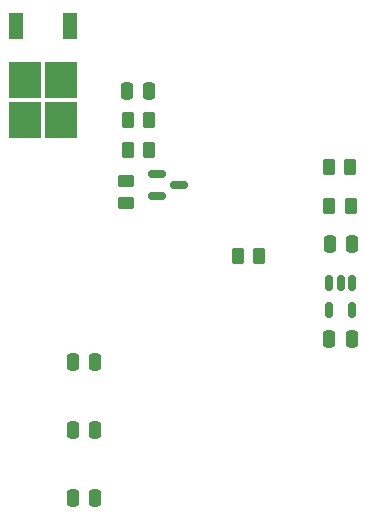
<source format=gbp>
G04 #@! TF.GenerationSoftware,KiCad,Pcbnew,6.0.9-8da3e8f707~116~ubuntu20.04.1*
G04 #@! TF.CreationDate,2022-11-18T09:24:30-05:00*
G04 #@! TF.ProjectId,dynamixel_control,64796e61-6d69-4786-956c-5f636f6e7472,rev?*
G04 #@! TF.SameCoordinates,Original*
G04 #@! TF.FileFunction,Paste,Bot*
G04 #@! TF.FilePolarity,Positive*
%FSLAX46Y46*%
G04 Gerber Fmt 4.6, Leading zero omitted, Abs format (unit mm)*
G04 Created by KiCad (PCBNEW 6.0.9-8da3e8f707~116~ubuntu20.04.1) date 2022-11-18 09:24:30*
%MOMM*%
%LPD*%
G01*
G04 APERTURE LIST*
G04 Aperture macros list*
%AMRoundRect*
0 Rectangle with rounded corners*
0 $1 Rounding radius*
0 $2 $3 $4 $5 $6 $7 $8 $9 X,Y pos of 4 corners*
0 Add a 4 corners polygon primitive as box body*
4,1,4,$2,$3,$4,$5,$6,$7,$8,$9,$2,$3,0*
0 Add four circle primitives for the rounded corners*
1,1,$1+$1,$2,$3*
1,1,$1+$1,$4,$5*
1,1,$1+$1,$6,$7*
1,1,$1+$1,$8,$9*
0 Add four rect primitives between the rounded corners*
20,1,$1+$1,$2,$3,$4,$5,0*
20,1,$1+$1,$4,$5,$6,$7,0*
20,1,$1+$1,$6,$7,$8,$9,0*
20,1,$1+$1,$8,$9,$2,$3,0*%
G04 Aperture macros list end*
%ADD10R,2.750000X3.050000*%
%ADD11R,1.200000X2.200000*%
%ADD12RoundRect,0.250000X-0.262500X-0.450000X0.262500X-0.450000X0.262500X0.450000X-0.262500X0.450000X0*%
%ADD13RoundRect,0.250000X-0.250000X-0.475000X0.250000X-0.475000X0.250000X0.475000X-0.250000X0.475000X0*%
%ADD14RoundRect,0.250000X0.262500X0.450000X-0.262500X0.450000X-0.262500X-0.450000X0.262500X-0.450000X0*%
%ADD15RoundRect,0.150000X-0.587500X-0.150000X0.587500X-0.150000X0.587500X0.150000X-0.587500X0.150000X0*%
%ADD16RoundRect,0.150000X-0.150000X0.512500X-0.150000X-0.512500X0.150000X-0.512500X0.150000X0.512500X0*%
%ADD17RoundRect,0.250000X0.450000X-0.262500X0.450000X0.262500X-0.450000X0.262500X-0.450000X-0.262500X0*%
G04 APERTURE END LIST*
D10*
X22475000Y-35125000D03*
X25525000Y-35125000D03*
X22475000Y-38475000D03*
X25525000Y-38475000D03*
D11*
X21720000Y-30500000D03*
X26280000Y-30500000D03*
D12*
X48175000Y-42500000D03*
X50000000Y-42500000D03*
D13*
X48250000Y-57000000D03*
X50150000Y-57000000D03*
X31100000Y-36000000D03*
X33000000Y-36000000D03*
D14*
X50075000Y-45750000D03*
X48250000Y-45750000D03*
D12*
X31175000Y-38500000D03*
X33000000Y-38500000D03*
X40500000Y-50000000D03*
X42325000Y-50000000D03*
D15*
X33625000Y-44950000D03*
X33625000Y-43050000D03*
X35500000Y-44000000D03*
D13*
X26500000Y-70500000D03*
X28400000Y-70500000D03*
X48300000Y-49000000D03*
X50200000Y-49000000D03*
D12*
X31175000Y-41000000D03*
X33000000Y-41000000D03*
D13*
X26500000Y-59000000D03*
X28400000Y-59000000D03*
D16*
X48250000Y-52275000D03*
X49200000Y-52275000D03*
X50150000Y-52275000D03*
X50150000Y-54550000D03*
X48250000Y-54550000D03*
D17*
X31000000Y-45500000D03*
X31000000Y-43675000D03*
D13*
X26500000Y-64750000D03*
X28400000Y-64750000D03*
M02*

</source>
